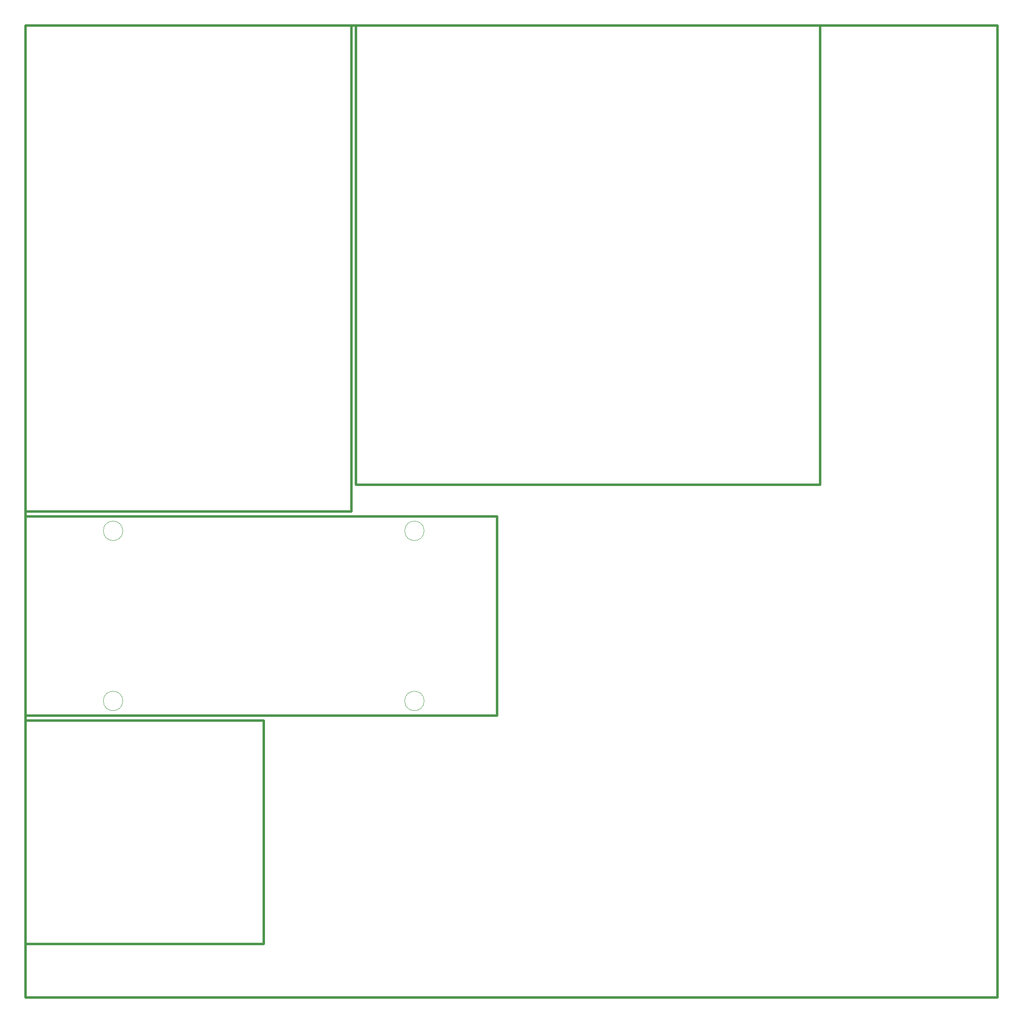
<source format=gbr>
%TF.GenerationSoftware,KiCad,Pcbnew,6.0.4+dfsg-1+b1*%
%TF.CreationDate,2022-05-05T09:12:17-03:00*%
%TF.ProjectId,painel1,7061696e-656c-4312-9e6b-696361645f70,rev?*%
%TF.SameCoordinates,Original*%
%TF.FileFunction,Profile,NP*%
%FSLAX46Y46*%
G04 Gerber Fmt 4.6, Leading zero omitted, Abs format (unit mm)*
G04 Created by KiCad (PCBNEW 6.0.4+dfsg-1+b1) date 2022-05-05 09:12:17*
%MOMM*%
%LPD*%
G01*
G04 APERTURE LIST*
%TA.AperFunction,Profile*%
%ADD10C,0.500000*%
%TD*%
%TA.AperFunction,Profile*%
%ADD11C,0.100000*%
%TD*%
G04 APERTURE END LIST*
D10*
X193500000Y-34500000D02*
X98000000Y-34500000D01*
X98000000Y-34500000D02*
X98000000Y-129000000D01*
X98000000Y-129000000D02*
X193500000Y-129000000D01*
X193500000Y-129000000D02*
X193500000Y-34500000D01*
D11*
X112000000Y-173500000D02*
G75*
G03*
X112000000Y-173500000I-2000000J0D01*
G01*
D10*
X30000000Y-176500000D02*
X127000000Y-176500000D01*
X30000000Y-223500000D02*
X79000000Y-223500000D01*
X79000000Y-223500000D02*
X79000000Y-177500000D01*
X79000000Y-177500000D02*
X30000000Y-177500000D01*
X30000000Y-177500000D02*
X30000000Y-223500000D01*
D11*
X50000000Y-138500000D02*
G75*
G03*
X50000000Y-138500000I-2000000J0D01*
G01*
D10*
X30000000Y-34500000D02*
X230000000Y-34500000D01*
X230000000Y-34500000D02*
X230000000Y-234500000D01*
X230000000Y-234500000D02*
X30000000Y-234500000D01*
X30000000Y-234500000D02*
X30000000Y-34500000D01*
D11*
X50000000Y-173500000D02*
G75*
G03*
X50000000Y-173500000I-2000000J0D01*
G01*
D10*
X30000000Y-34500000D02*
X97000000Y-34500000D01*
X97000000Y-34500000D02*
X97000000Y-134500000D01*
X97000000Y-134500000D02*
X30000000Y-134500000D01*
X30000000Y-134500000D02*
X30000000Y-34500000D01*
X127000000Y-176500000D02*
X127000000Y-135500000D01*
D11*
X30000000Y-135500000D02*
X30000000Y-176500000D01*
X112000000Y-138500000D02*
G75*
G03*
X112000000Y-138500000I-2000000J0D01*
G01*
D10*
X127000000Y-135500000D02*
X30000000Y-135500000D01*
M02*

</source>
